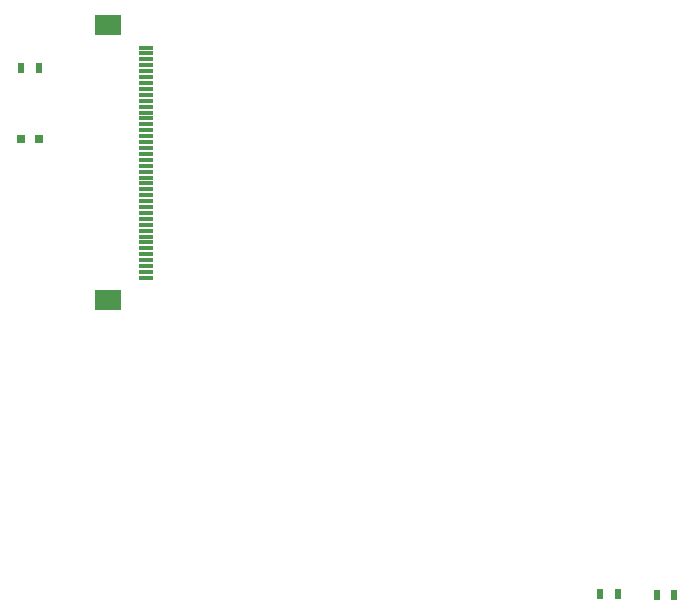
<source format=gbr>
G04 #@! TF.FileFunction,Paste,Bot*
%FSLAX46Y46*%
G04 Gerber Fmt 4.6, Leading zero omitted, Abs format (unit mm)*
G04 Created by KiCad (PCBNEW 4.0.7) date 08/21/19 21:36:26*
%MOMM*%
%LPD*%
G01*
G04 APERTURE LIST*
%ADD10C,0.100000*%
%ADD11R,0.500000X0.900000*%
%ADD12R,0.800000X0.750000*%
%ADD13R,2.200000X1.800000*%
%ADD14R,1.300000X0.300000*%
G04 APERTURE END LIST*
D10*
D11*
X129250000Y-131500000D03*
X130750000Y-131500000D03*
X135550000Y-131600000D03*
X134050000Y-131600000D03*
X81750000Y-87000000D03*
X80250000Y-87000000D03*
D12*
X80250000Y-93000000D03*
X81750000Y-93000000D03*
D13*
X87600000Y-83350000D03*
X87600000Y-106650000D03*
D14*
X90850000Y-104750000D03*
X90850000Y-104250000D03*
X90850000Y-103750000D03*
X90850000Y-103250000D03*
X90850000Y-102750000D03*
X90850000Y-102250000D03*
X90850000Y-101750000D03*
X90850000Y-101250000D03*
X90850000Y-100750000D03*
X90850000Y-100250000D03*
X90850000Y-99750000D03*
X90850000Y-99250000D03*
X90850000Y-98750000D03*
X90850000Y-98250000D03*
X90850000Y-97750000D03*
X90850000Y-97250000D03*
X90850000Y-96750000D03*
X90850000Y-96250000D03*
X90850000Y-95750000D03*
X90850000Y-95250000D03*
X90850000Y-94750000D03*
X90850000Y-94250000D03*
X90850000Y-93750000D03*
X90850000Y-93250000D03*
X90850000Y-92750000D03*
X90850000Y-92250000D03*
X90850000Y-91750000D03*
X90850000Y-91250000D03*
X90850000Y-90750000D03*
X90850000Y-90250000D03*
X90850000Y-89750000D03*
X90850000Y-89250000D03*
X90850000Y-88750000D03*
X90850000Y-88250000D03*
X90850000Y-87750000D03*
X90850000Y-87250000D03*
X90850000Y-86750000D03*
X90850000Y-86250000D03*
X90850000Y-85750000D03*
X90850000Y-85250000D03*
M02*

</source>
